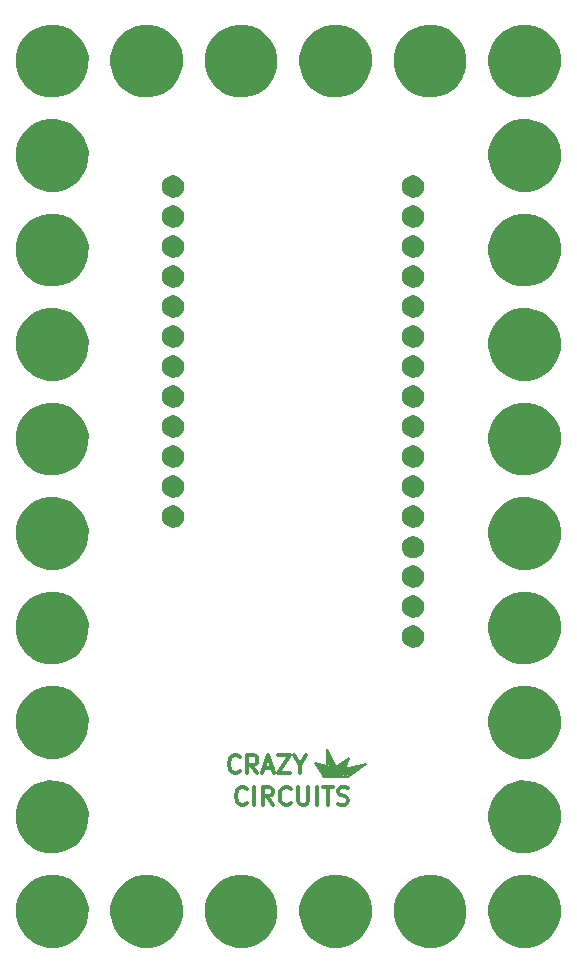
<source format=gts>
%TF.GenerationSoftware,KiCad,Pcbnew,4.0.7-e2-6376~58~ubuntu16.04.1*%
%TF.CreationDate,2018-02-08T09:12:14-08:00*%
%TF.ProjectId,6x10-Feather-Bluefruit-LE,367831302D466561746865722D426C75,1.0*%
%TF.FileFunction,Soldermask,Top*%
%FSLAX46Y46*%
G04 Gerber Fmt 4.6, Leading zero omitted, Abs format (unit mm)*
G04 Created by KiCad (PCBNEW 4.0.7-e2-6376~58~ubuntu16.04.1) date Thu Feb  8 09:12:14 2018*
%MOMM*%
%LPD*%
G01*
G04 APERTURE LIST*
%ADD10C,0.350000*%
%ADD11C,0.300000*%
%ADD12C,0.152400*%
%ADD13C,0.254000*%
G04 APERTURE END LIST*
D10*
D11*
X43828972Y-89486514D02*
X43757543Y-89557943D01*
X43543257Y-89629371D01*
X43400400Y-89629371D01*
X43186115Y-89557943D01*
X43043257Y-89415086D01*
X42971829Y-89272229D01*
X42900400Y-88986514D01*
X42900400Y-88772229D01*
X42971829Y-88486514D01*
X43043257Y-88343657D01*
X43186115Y-88200800D01*
X43400400Y-88129371D01*
X43543257Y-88129371D01*
X43757543Y-88200800D01*
X43828972Y-88272229D01*
X44471829Y-89629371D02*
X44471829Y-88129371D01*
X46043258Y-89629371D02*
X45543258Y-88915086D01*
X45186115Y-89629371D02*
X45186115Y-88129371D01*
X45757543Y-88129371D01*
X45900401Y-88200800D01*
X45971829Y-88272229D01*
X46043258Y-88415086D01*
X46043258Y-88629371D01*
X45971829Y-88772229D01*
X45900401Y-88843657D01*
X45757543Y-88915086D01*
X45186115Y-88915086D01*
X47543258Y-89486514D02*
X47471829Y-89557943D01*
X47257543Y-89629371D01*
X47114686Y-89629371D01*
X46900401Y-89557943D01*
X46757543Y-89415086D01*
X46686115Y-89272229D01*
X46614686Y-88986514D01*
X46614686Y-88772229D01*
X46686115Y-88486514D01*
X46757543Y-88343657D01*
X46900401Y-88200800D01*
X47114686Y-88129371D01*
X47257543Y-88129371D01*
X47471829Y-88200800D01*
X47543258Y-88272229D01*
X48186115Y-88129371D02*
X48186115Y-89343657D01*
X48257543Y-89486514D01*
X48328972Y-89557943D01*
X48471829Y-89629371D01*
X48757543Y-89629371D01*
X48900401Y-89557943D01*
X48971829Y-89486514D01*
X49043258Y-89343657D01*
X49043258Y-88129371D01*
X49757544Y-89629371D02*
X49757544Y-88129371D01*
X50257544Y-88129371D02*
X51114687Y-88129371D01*
X50686116Y-89629371D02*
X50686116Y-88129371D01*
X51543258Y-89557943D02*
X51757544Y-89629371D01*
X52114687Y-89629371D01*
X52257544Y-89557943D01*
X52328973Y-89486514D01*
X52400401Y-89343657D01*
X52400401Y-89200800D01*
X52328973Y-89057943D01*
X52257544Y-88986514D01*
X52114687Y-88915086D01*
X51828973Y-88843657D01*
X51686115Y-88772229D01*
X51614687Y-88700800D01*
X51543258Y-88557943D01*
X51543258Y-88415086D01*
X51614687Y-88272229D01*
X51686115Y-88200800D01*
X51828973Y-88129371D01*
X52186115Y-88129371D01*
X52400401Y-88200800D01*
X43231087Y-86794114D02*
X43159658Y-86865543D01*
X42945372Y-86936971D01*
X42802515Y-86936971D01*
X42588230Y-86865543D01*
X42445372Y-86722686D01*
X42373944Y-86579829D01*
X42302515Y-86294114D01*
X42302515Y-86079829D01*
X42373944Y-85794114D01*
X42445372Y-85651257D01*
X42588230Y-85508400D01*
X42802515Y-85436971D01*
X42945372Y-85436971D01*
X43159658Y-85508400D01*
X43231087Y-85579829D01*
X44731087Y-86936971D02*
X44231087Y-86222686D01*
X43873944Y-86936971D02*
X43873944Y-85436971D01*
X44445372Y-85436971D01*
X44588230Y-85508400D01*
X44659658Y-85579829D01*
X44731087Y-85722686D01*
X44731087Y-85936971D01*
X44659658Y-86079829D01*
X44588230Y-86151257D01*
X44445372Y-86222686D01*
X43873944Y-86222686D01*
X45302515Y-86508400D02*
X46016801Y-86508400D01*
X45159658Y-86936971D02*
X45659658Y-85436971D01*
X46159658Y-86936971D01*
X46516801Y-85436971D02*
X47516801Y-85436971D01*
X46516801Y-86936971D01*
X47516801Y-86936971D01*
X48373943Y-86222686D02*
X48373943Y-86936971D01*
X47873943Y-85436971D02*
X48373943Y-86222686D01*
X48873943Y-85436971D01*
D12*
X53517800Y-86271100D02*
X52374800Y-87223600D01*
X52184300Y-87223600D02*
X53517800Y-86271100D01*
X53136800Y-86398100D02*
X52184300Y-87223600D01*
X52057300Y-87160100D02*
X53136800Y-86398100D01*
X52946300Y-86461600D02*
X52057300Y-87160100D01*
X51803300Y-87223600D02*
X52946300Y-86461600D01*
X52628800Y-86588600D02*
X51803300Y-87223600D01*
X51676300Y-87160100D02*
X52628800Y-86588600D01*
X52438300Y-86588600D02*
X51676300Y-87160100D01*
X51676300Y-87033100D02*
X52438300Y-86588600D01*
X52184300Y-86588600D02*
X51676300Y-87033100D01*
X51612800Y-86906100D02*
X52184300Y-86588600D01*
X52184300Y-86398100D02*
X51612800Y-86906100D01*
X52184300Y-86271100D02*
X51549300Y-86779100D01*
X52311300Y-86080600D02*
X51485800Y-86652100D01*
X52311300Y-85953600D02*
X51485800Y-86525100D01*
D13*
X50469800Y-87160100D02*
X49834800Y-86271100D01*
D12*
X52374800Y-87287100D02*
X50406300Y-87287100D01*
X53962300Y-86144100D02*
X52374800Y-87287100D01*
X52184300Y-86588600D02*
X53962300Y-86144100D01*
X52501800Y-85699600D02*
X52184300Y-86588600D01*
X51422300Y-86398100D02*
X52501800Y-85699600D01*
X50596800Y-84937600D02*
X51422300Y-86461600D01*
X50660300Y-86334600D02*
X50596800Y-84937600D01*
X49580800Y-86080600D02*
X50660300Y-86334600D01*
X50406300Y-87287100D02*
X49580800Y-86080600D01*
D13*
X50660300Y-87160100D02*
X50025300Y-86271100D01*
X50850800Y-87160100D02*
X50279300Y-86334600D01*
X50977800Y-87160100D02*
X50533300Y-86398100D01*
X51231800Y-87160100D02*
X50787300Y-86334600D01*
X51422300Y-87160100D02*
X50850800Y-86080600D01*
X51612800Y-87160100D02*
X50723800Y-85445600D01*
X50787300Y-86144100D02*
X50723800Y-85318600D01*
D10*
G36*
X27683910Y-95579447D02*
X28274855Y-95700751D01*
X28830998Y-95934532D01*
X29331134Y-96271878D01*
X29756221Y-96699943D01*
X30090066Y-97202421D01*
X30319956Y-97760176D01*
X30437064Y-98351614D01*
X30437064Y-98351624D01*
X30437131Y-98351963D01*
X30427510Y-99041016D01*
X30427433Y-99041354D01*
X30427433Y-99041362D01*
X30293857Y-99629301D01*
X30048485Y-100180416D01*
X29700737Y-100673378D01*
X29263862Y-101089409D01*
X28754500Y-101412661D01*
X28192054Y-101630819D01*
X27597947Y-101735576D01*
X26994803Y-101722942D01*
X26405600Y-101593397D01*
X25852782Y-101351877D01*
X25357407Y-101007582D01*
X24938337Y-100573623D01*
X24611538Y-100066530D01*
X24389456Y-99505614D01*
X24280555Y-98912258D01*
X24288977Y-98309041D01*
X24414406Y-97718947D01*
X24652059Y-97164458D01*
X24992891Y-96666688D01*
X25423912Y-96244600D01*
X25928713Y-95914268D01*
X26488059Y-95688277D01*
X27080645Y-95575236D01*
X27683910Y-95579447D01*
X27683910Y-95579447D01*
G37*
G36*
X35682910Y-95579447D02*
X36273855Y-95700751D01*
X36829998Y-95934532D01*
X37330134Y-96271878D01*
X37755221Y-96699943D01*
X38089066Y-97202421D01*
X38318956Y-97760176D01*
X38436064Y-98351614D01*
X38436064Y-98351624D01*
X38436131Y-98351963D01*
X38426510Y-99041016D01*
X38426433Y-99041354D01*
X38426433Y-99041362D01*
X38292857Y-99629301D01*
X38047485Y-100180416D01*
X37699737Y-100673378D01*
X37262862Y-101089409D01*
X36753500Y-101412661D01*
X36191054Y-101630819D01*
X35596947Y-101735576D01*
X34993803Y-101722942D01*
X34404600Y-101593397D01*
X33851782Y-101351877D01*
X33356407Y-101007582D01*
X32937337Y-100573623D01*
X32610538Y-100066530D01*
X32388456Y-99505614D01*
X32279555Y-98912258D01*
X32287977Y-98309041D01*
X32413406Y-97718947D01*
X32651059Y-97164458D01*
X32991891Y-96666688D01*
X33422912Y-96244600D01*
X33927713Y-95914268D01*
X34487059Y-95688277D01*
X35079645Y-95575236D01*
X35682910Y-95579447D01*
X35682910Y-95579447D01*
G37*
G36*
X51682910Y-95579447D02*
X52273855Y-95700751D01*
X52829998Y-95934532D01*
X53330134Y-96271878D01*
X53755221Y-96699943D01*
X54089066Y-97202421D01*
X54318956Y-97760176D01*
X54436064Y-98351614D01*
X54436064Y-98351624D01*
X54436131Y-98351963D01*
X54426510Y-99041016D01*
X54426433Y-99041354D01*
X54426433Y-99041362D01*
X54292857Y-99629301D01*
X54047485Y-100180416D01*
X53699737Y-100673378D01*
X53262862Y-101089409D01*
X52753500Y-101412661D01*
X52191054Y-101630819D01*
X51596947Y-101735576D01*
X50993803Y-101722942D01*
X50404600Y-101593397D01*
X49851782Y-101351877D01*
X49356407Y-101007582D01*
X48937337Y-100573623D01*
X48610538Y-100066530D01*
X48388456Y-99505614D01*
X48279555Y-98912258D01*
X48287977Y-98309041D01*
X48413406Y-97718947D01*
X48651059Y-97164458D01*
X48991891Y-96666688D01*
X49422912Y-96244600D01*
X49927713Y-95914268D01*
X50487059Y-95688277D01*
X51079645Y-95575236D01*
X51682910Y-95579447D01*
X51682910Y-95579447D01*
G37*
G36*
X43682910Y-95579447D02*
X44273855Y-95700751D01*
X44829998Y-95934532D01*
X45330134Y-96271878D01*
X45755221Y-96699943D01*
X46089066Y-97202421D01*
X46318956Y-97760176D01*
X46436064Y-98351614D01*
X46436064Y-98351624D01*
X46436131Y-98351963D01*
X46426510Y-99041016D01*
X46426433Y-99041354D01*
X46426433Y-99041362D01*
X46292857Y-99629301D01*
X46047485Y-100180416D01*
X45699737Y-100673378D01*
X45262862Y-101089409D01*
X44753500Y-101412661D01*
X44191054Y-101630819D01*
X43596947Y-101735576D01*
X42993803Y-101722942D01*
X42404600Y-101593397D01*
X41851782Y-101351877D01*
X41356407Y-101007582D01*
X40937337Y-100573623D01*
X40610538Y-100066530D01*
X40388456Y-99505614D01*
X40279555Y-98912258D01*
X40287977Y-98309041D01*
X40413406Y-97718947D01*
X40651059Y-97164458D01*
X40991891Y-96666688D01*
X41422912Y-96244600D01*
X41927713Y-95914268D01*
X42487059Y-95688277D01*
X43079645Y-95575236D01*
X43682910Y-95579447D01*
X43682910Y-95579447D01*
G37*
G36*
X67682910Y-95579447D02*
X68273855Y-95700751D01*
X68829998Y-95934532D01*
X69330134Y-96271878D01*
X69755221Y-96699943D01*
X70089066Y-97202421D01*
X70318956Y-97760176D01*
X70436064Y-98351614D01*
X70436064Y-98351624D01*
X70436131Y-98351963D01*
X70426510Y-99041016D01*
X70426433Y-99041354D01*
X70426433Y-99041362D01*
X70292857Y-99629301D01*
X70047485Y-100180416D01*
X69699737Y-100673378D01*
X69262862Y-101089409D01*
X68753500Y-101412661D01*
X68191054Y-101630819D01*
X67596947Y-101735576D01*
X66993803Y-101722942D01*
X66404600Y-101593397D01*
X65851782Y-101351877D01*
X65356407Y-101007582D01*
X64937337Y-100573623D01*
X64610538Y-100066530D01*
X64388456Y-99505614D01*
X64279555Y-98912258D01*
X64287977Y-98309041D01*
X64413406Y-97718947D01*
X64651059Y-97164458D01*
X64991891Y-96666688D01*
X65422912Y-96244600D01*
X65927713Y-95914268D01*
X66487059Y-95688277D01*
X67079645Y-95575236D01*
X67682910Y-95579447D01*
X67682910Y-95579447D01*
G37*
G36*
X59682910Y-95579447D02*
X60273855Y-95700751D01*
X60829998Y-95934532D01*
X61330134Y-96271878D01*
X61755221Y-96699943D01*
X62089066Y-97202421D01*
X62318956Y-97760176D01*
X62436064Y-98351614D01*
X62436064Y-98351624D01*
X62436131Y-98351963D01*
X62426510Y-99041016D01*
X62426433Y-99041354D01*
X62426433Y-99041362D01*
X62292857Y-99629301D01*
X62047485Y-100180416D01*
X61699737Y-100673378D01*
X61262862Y-101089409D01*
X60753500Y-101412661D01*
X60191054Y-101630819D01*
X59596947Y-101735576D01*
X58993803Y-101722942D01*
X58404600Y-101593397D01*
X57851782Y-101351877D01*
X57356407Y-101007582D01*
X56937337Y-100573623D01*
X56610538Y-100066530D01*
X56388456Y-99505614D01*
X56279555Y-98912258D01*
X56287977Y-98309041D01*
X56413406Y-97718947D01*
X56651059Y-97164458D01*
X56991891Y-96666688D01*
X57422912Y-96244600D01*
X57927713Y-95914268D01*
X58487059Y-95688277D01*
X59079645Y-95575236D01*
X59682910Y-95579447D01*
X59682910Y-95579447D01*
G37*
G36*
X27683910Y-87579447D02*
X28274855Y-87700751D01*
X28830998Y-87934532D01*
X29331134Y-88271878D01*
X29756221Y-88699943D01*
X30090066Y-89202421D01*
X30319956Y-89760176D01*
X30437064Y-90351614D01*
X30437064Y-90351624D01*
X30437131Y-90351963D01*
X30427510Y-91041016D01*
X30427433Y-91041354D01*
X30427433Y-91041362D01*
X30293857Y-91629301D01*
X30048485Y-92180416D01*
X29700737Y-92673378D01*
X29263862Y-93089409D01*
X28754500Y-93412661D01*
X28192054Y-93630819D01*
X27597947Y-93735576D01*
X26994803Y-93722942D01*
X26405600Y-93593397D01*
X25852782Y-93351877D01*
X25357407Y-93007582D01*
X24938337Y-92573623D01*
X24611538Y-92066530D01*
X24389456Y-91505614D01*
X24280555Y-90912258D01*
X24288977Y-90309041D01*
X24414406Y-89718947D01*
X24652059Y-89164458D01*
X24992891Y-88666688D01*
X25423912Y-88244600D01*
X25928713Y-87914268D01*
X26488059Y-87688277D01*
X27080645Y-87575236D01*
X27683910Y-87579447D01*
X27683910Y-87579447D01*
G37*
G36*
X67682910Y-87579447D02*
X68273855Y-87700751D01*
X68829998Y-87934532D01*
X69330134Y-88271878D01*
X69755221Y-88699943D01*
X70089066Y-89202421D01*
X70318956Y-89760176D01*
X70436064Y-90351614D01*
X70436064Y-90351624D01*
X70436131Y-90351963D01*
X70426510Y-91041016D01*
X70426433Y-91041354D01*
X70426433Y-91041362D01*
X70292857Y-91629301D01*
X70047485Y-92180416D01*
X69699737Y-92673378D01*
X69262862Y-93089409D01*
X68753500Y-93412661D01*
X68191054Y-93630819D01*
X67596947Y-93735576D01*
X66993803Y-93722942D01*
X66404600Y-93593397D01*
X65851782Y-93351877D01*
X65356407Y-93007582D01*
X64937337Y-92573623D01*
X64610538Y-92066530D01*
X64388456Y-91505614D01*
X64279555Y-90912258D01*
X64287977Y-90309041D01*
X64413406Y-89718947D01*
X64651059Y-89164458D01*
X64991891Y-88666688D01*
X65422912Y-88244600D01*
X65927713Y-87914268D01*
X66487059Y-87688277D01*
X67079645Y-87575236D01*
X67682910Y-87579447D01*
X67682910Y-87579447D01*
G37*
G36*
X67682910Y-79579447D02*
X68273855Y-79700751D01*
X68829998Y-79934532D01*
X69330134Y-80271878D01*
X69755221Y-80699943D01*
X70089066Y-81202421D01*
X70318956Y-81760176D01*
X70436064Y-82351614D01*
X70436064Y-82351624D01*
X70436131Y-82351963D01*
X70426510Y-83041016D01*
X70426433Y-83041354D01*
X70426433Y-83041362D01*
X70292857Y-83629301D01*
X70047485Y-84180416D01*
X69699737Y-84673378D01*
X69262862Y-85089409D01*
X68753500Y-85412661D01*
X68191054Y-85630819D01*
X67596947Y-85735576D01*
X66993803Y-85722942D01*
X66404600Y-85593397D01*
X65851782Y-85351877D01*
X65356407Y-85007582D01*
X64937337Y-84573623D01*
X64610538Y-84066530D01*
X64388456Y-83505614D01*
X64279555Y-82912258D01*
X64287977Y-82309041D01*
X64413406Y-81718947D01*
X64651059Y-81164458D01*
X64991891Y-80666688D01*
X65422912Y-80244600D01*
X65927713Y-79914268D01*
X66487059Y-79688277D01*
X67079645Y-79575236D01*
X67682910Y-79579447D01*
X67682910Y-79579447D01*
G37*
G36*
X27683910Y-79579447D02*
X28274855Y-79700751D01*
X28830998Y-79934532D01*
X29331134Y-80271878D01*
X29756221Y-80699943D01*
X30090066Y-81202421D01*
X30319956Y-81760176D01*
X30437064Y-82351614D01*
X30437064Y-82351624D01*
X30437131Y-82351963D01*
X30427510Y-83041016D01*
X30427433Y-83041354D01*
X30427433Y-83041362D01*
X30293857Y-83629301D01*
X30048485Y-84180416D01*
X29700737Y-84673378D01*
X29263862Y-85089409D01*
X28754500Y-85412661D01*
X28192054Y-85630819D01*
X27597947Y-85735576D01*
X26994803Y-85722942D01*
X26405600Y-85593397D01*
X25852782Y-85351877D01*
X25357407Y-85007582D01*
X24938337Y-84573623D01*
X24611538Y-84066530D01*
X24389456Y-83505614D01*
X24280555Y-82912258D01*
X24288977Y-82309041D01*
X24414406Y-81718947D01*
X24652059Y-81164458D01*
X24992891Y-80666688D01*
X25423912Y-80244600D01*
X25928713Y-79914268D01*
X26488059Y-79688277D01*
X27080645Y-79575236D01*
X27683910Y-79579447D01*
X27683910Y-79579447D01*
G37*
G36*
X67682910Y-71579447D02*
X68273855Y-71700751D01*
X68829998Y-71934532D01*
X69330134Y-72271878D01*
X69755221Y-72699943D01*
X70089066Y-73202421D01*
X70318956Y-73760176D01*
X70436064Y-74351614D01*
X70436064Y-74351624D01*
X70436131Y-74351963D01*
X70426510Y-75041016D01*
X70426433Y-75041354D01*
X70426433Y-75041362D01*
X70292857Y-75629301D01*
X70047485Y-76180416D01*
X69699737Y-76673378D01*
X69262862Y-77089409D01*
X68753500Y-77412661D01*
X68191054Y-77630819D01*
X67596947Y-77735576D01*
X66993803Y-77722942D01*
X66404600Y-77593397D01*
X65851782Y-77351877D01*
X65356407Y-77007582D01*
X64937337Y-76573623D01*
X64610538Y-76066530D01*
X64388456Y-75505614D01*
X64279555Y-74912258D01*
X64287977Y-74309041D01*
X64413406Y-73718947D01*
X64651059Y-73164458D01*
X64991891Y-72666688D01*
X65422912Y-72244600D01*
X65927713Y-71914268D01*
X66487059Y-71688277D01*
X67079645Y-71575236D01*
X67682910Y-71579447D01*
X67682910Y-71579447D01*
G37*
G36*
X27683910Y-71579447D02*
X28274855Y-71700751D01*
X28830998Y-71934532D01*
X29331134Y-72271878D01*
X29756221Y-72699943D01*
X30090066Y-73202421D01*
X30319956Y-73760176D01*
X30437064Y-74351614D01*
X30437064Y-74351624D01*
X30437131Y-74351963D01*
X30427510Y-75041016D01*
X30427433Y-75041354D01*
X30427433Y-75041362D01*
X30293857Y-75629301D01*
X30048485Y-76180416D01*
X29700737Y-76673378D01*
X29263862Y-77089409D01*
X28754500Y-77412661D01*
X28192054Y-77630819D01*
X27597947Y-77735576D01*
X26994803Y-77722942D01*
X26405600Y-77593397D01*
X25852782Y-77351877D01*
X25357407Y-77007582D01*
X24938337Y-76573623D01*
X24611538Y-76066530D01*
X24389456Y-75505614D01*
X24280555Y-74912258D01*
X24288977Y-74309041D01*
X24414406Y-73718947D01*
X24652059Y-73164458D01*
X24992891Y-72666688D01*
X25423912Y-72244600D01*
X25928713Y-71914268D01*
X26488059Y-71688277D01*
X27080645Y-71575236D01*
X27683910Y-71579447D01*
X27683910Y-71579447D01*
G37*
G36*
X58006515Y-74451424D02*
X58187048Y-74488483D01*
X58356958Y-74559906D01*
X58509749Y-74662966D01*
X58639621Y-74793746D01*
X58741610Y-74947253D01*
X58811843Y-75117651D01*
X58847572Y-75298099D01*
X58847572Y-75298104D01*
X58847640Y-75298448D01*
X58844701Y-75508958D01*
X58844624Y-75509296D01*
X58844624Y-75509306D01*
X58803870Y-75688686D01*
X58728908Y-75857052D01*
X58622668Y-76007656D01*
X58489199Y-76134757D01*
X58333584Y-76233514D01*
X58161754Y-76300162D01*
X57980252Y-76332166D01*
X57795986Y-76328306D01*
X57615979Y-76288729D01*
X57447088Y-76214943D01*
X57295750Y-76109760D01*
X57167721Y-75977182D01*
X57067881Y-75822261D01*
X57000032Y-75650893D01*
X56966763Y-75469623D01*
X56969335Y-75285336D01*
X57007656Y-75105056D01*
X57080259Y-74935657D01*
X57184387Y-74783584D01*
X57316066Y-74654633D01*
X57470287Y-74553714D01*
X57641172Y-74484672D01*
X57822209Y-74450138D01*
X58006515Y-74451424D01*
X58006515Y-74451424D01*
G37*
G36*
X58006515Y-71911424D02*
X58187048Y-71948483D01*
X58356958Y-72019906D01*
X58509749Y-72122966D01*
X58639621Y-72253746D01*
X58741610Y-72407253D01*
X58811843Y-72577651D01*
X58847572Y-72758099D01*
X58847572Y-72758104D01*
X58847640Y-72758448D01*
X58844701Y-72968958D01*
X58844624Y-72969296D01*
X58844624Y-72969306D01*
X58803870Y-73148686D01*
X58728908Y-73317052D01*
X58622668Y-73467656D01*
X58489199Y-73594757D01*
X58333584Y-73693514D01*
X58161754Y-73760162D01*
X57980252Y-73792166D01*
X57795986Y-73788306D01*
X57615979Y-73748729D01*
X57447088Y-73674943D01*
X57295750Y-73569760D01*
X57167721Y-73437182D01*
X57067881Y-73282261D01*
X57000032Y-73110893D01*
X56966763Y-72929623D01*
X56969335Y-72745336D01*
X57007656Y-72565056D01*
X57080259Y-72395657D01*
X57184387Y-72243584D01*
X57316066Y-72114633D01*
X57470287Y-72013714D01*
X57641172Y-71944672D01*
X57822209Y-71910138D01*
X58006515Y-71911424D01*
X58006515Y-71911424D01*
G37*
G36*
X58006515Y-69371424D02*
X58187048Y-69408483D01*
X58356958Y-69479906D01*
X58509749Y-69582966D01*
X58639621Y-69713746D01*
X58741610Y-69867253D01*
X58811843Y-70037651D01*
X58847572Y-70218099D01*
X58847572Y-70218104D01*
X58847640Y-70218448D01*
X58844701Y-70428958D01*
X58844624Y-70429296D01*
X58844624Y-70429306D01*
X58803870Y-70608686D01*
X58728908Y-70777052D01*
X58622668Y-70927656D01*
X58489199Y-71054757D01*
X58333584Y-71153514D01*
X58161754Y-71220162D01*
X57980252Y-71252166D01*
X57795986Y-71248306D01*
X57615979Y-71208729D01*
X57447088Y-71134943D01*
X57295750Y-71029760D01*
X57167721Y-70897182D01*
X57067881Y-70742261D01*
X57000032Y-70570893D01*
X56966763Y-70389623D01*
X56969335Y-70205336D01*
X57007656Y-70025056D01*
X57080259Y-69855657D01*
X57184387Y-69703584D01*
X57316066Y-69574633D01*
X57470287Y-69473714D01*
X57641172Y-69404672D01*
X57822209Y-69370138D01*
X58006515Y-69371424D01*
X58006515Y-69371424D01*
G37*
G36*
X27682910Y-63579447D02*
X28273855Y-63700751D01*
X28829998Y-63934532D01*
X29330134Y-64271878D01*
X29755221Y-64699943D01*
X30089066Y-65202421D01*
X30318956Y-65760176D01*
X30436064Y-66351614D01*
X30436064Y-66351624D01*
X30436131Y-66351963D01*
X30426510Y-67041016D01*
X30426433Y-67041354D01*
X30426433Y-67041362D01*
X30292857Y-67629301D01*
X30047485Y-68180416D01*
X29699737Y-68673378D01*
X29262862Y-69089409D01*
X28753500Y-69412661D01*
X28191054Y-69630819D01*
X27596947Y-69735576D01*
X26993803Y-69722942D01*
X26404600Y-69593397D01*
X25851782Y-69351877D01*
X25356407Y-69007582D01*
X24937337Y-68573623D01*
X24610538Y-68066530D01*
X24388456Y-67505614D01*
X24279555Y-66912258D01*
X24287977Y-66309041D01*
X24413406Y-65718947D01*
X24651059Y-65164458D01*
X24991891Y-64666688D01*
X25422912Y-64244600D01*
X25927713Y-63914268D01*
X26487059Y-63688277D01*
X27079645Y-63575236D01*
X27682910Y-63579447D01*
X27682910Y-63579447D01*
G37*
G36*
X67682910Y-63579447D02*
X68273855Y-63700751D01*
X68829998Y-63934532D01*
X69330134Y-64271878D01*
X69755221Y-64699943D01*
X70089066Y-65202421D01*
X70318956Y-65760176D01*
X70436064Y-66351614D01*
X70436064Y-66351624D01*
X70436131Y-66351963D01*
X70426510Y-67041016D01*
X70426433Y-67041354D01*
X70426433Y-67041362D01*
X70292857Y-67629301D01*
X70047485Y-68180416D01*
X69699737Y-68673378D01*
X69262862Y-69089409D01*
X68753500Y-69412661D01*
X68191054Y-69630819D01*
X67596947Y-69735576D01*
X66993803Y-69722942D01*
X66404600Y-69593397D01*
X65851782Y-69351877D01*
X65356407Y-69007582D01*
X64937337Y-68573623D01*
X64610538Y-68066530D01*
X64388456Y-67505614D01*
X64279555Y-66912258D01*
X64287977Y-66309041D01*
X64413406Y-65718947D01*
X64651059Y-65164458D01*
X64991891Y-64666688D01*
X65422912Y-64244600D01*
X65927713Y-63914268D01*
X66487059Y-63688277D01*
X67079645Y-63575236D01*
X67682910Y-63579447D01*
X67682910Y-63579447D01*
G37*
G36*
X58006515Y-66892924D02*
X58187048Y-66929983D01*
X58356958Y-67001406D01*
X58509749Y-67104466D01*
X58639621Y-67235246D01*
X58741610Y-67388753D01*
X58811843Y-67559151D01*
X58847572Y-67739599D01*
X58847572Y-67739604D01*
X58847640Y-67739948D01*
X58844701Y-67950458D01*
X58844624Y-67950796D01*
X58844624Y-67950806D01*
X58803870Y-68130186D01*
X58728908Y-68298552D01*
X58622668Y-68449156D01*
X58489199Y-68576257D01*
X58333584Y-68675014D01*
X58161754Y-68741662D01*
X57980252Y-68773666D01*
X57795986Y-68769806D01*
X57615979Y-68730229D01*
X57447088Y-68656443D01*
X57295750Y-68551260D01*
X57167721Y-68418682D01*
X57067881Y-68263761D01*
X57000032Y-68092393D01*
X56966763Y-67911123D01*
X56969335Y-67726836D01*
X57007656Y-67546556D01*
X57080259Y-67377157D01*
X57184387Y-67225084D01*
X57316066Y-67096133D01*
X57470287Y-66995214D01*
X57641172Y-66926172D01*
X57822209Y-66891638D01*
X58006515Y-66892924D01*
X58006515Y-66892924D01*
G37*
G36*
X58006515Y-64291424D02*
X58187048Y-64328483D01*
X58356958Y-64399906D01*
X58509749Y-64502966D01*
X58639621Y-64633746D01*
X58741610Y-64787253D01*
X58811843Y-64957651D01*
X58847572Y-65138099D01*
X58847572Y-65138104D01*
X58847640Y-65138448D01*
X58844701Y-65348958D01*
X58844624Y-65349296D01*
X58844624Y-65349306D01*
X58803870Y-65528686D01*
X58728908Y-65697052D01*
X58622668Y-65847656D01*
X58489199Y-65974757D01*
X58333584Y-66073514D01*
X58161754Y-66140162D01*
X57980252Y-66172166D01*
X57795986Y-66168306D01*
X57615979Y-66128729D01*
X57447088Y-66054943D01*
X57295750Y-65949760D01*
X57167721Y-65817182D01*
X57067881Y-65662261D01*
X57000032Y-65490893D01*
X56966763Y-65309623D01*
X56969335Y-65125336D01*
X57007656Y-64945056D01*
X57080259Y-64775657D01*
X57184387Y-64623584D01*
X57316066Y-64494633D01*
X57470287Y-64393714D01*
X57641172Y-64324672D01*
X57822209Y-64290138D01*
X58006515Y-64291424D01*
X58006515Y-64291424D01*
G37*
G36*
X37686515Y-64291424D02*
X37867048Y-64328483D01*
X38036958Y-64399906D01*
X38189749Y-64502966D01*
X38319621Y-64633746D01*
X38421610Y-64787253D01*
X38491843Y-64957651D01*
X38527572Y-65138099D01*
X38527572Y-65138104D01*
X38527640Y-65138448D01*
X38524701Y-65348958D01*
X38524624Y-65349296D01*
X38524624Y-65349306D01*
X38483870Y-65528686D01*
X38408908Y-65697052D01*
X38302668Y-65847656D01*
X38169199Y-65974757D01*
X38013584Y-66073514D01*
X37841754Y-66140162D01*
X37660252Y-66172166D01*
X37475986Y-66168306D01*
X37295979Y-66128729D01*
X37127088Y-66054943D01*
X36975750Y-65949760D01*
X36847721Y-65817182D01*
X36747881Y-65662261D01*
X36680032Y-65490893D01*
X36646763Y-65309623D01*
X36649335Y-65125336D01*
X36687656Y-64945056D01*
X36760259Y-64775657D01*
X36864387Y-64623584D01*
X36996066Y-64494633D01*
X37150287Y-64393714D01*
X37321172Y-64324672D01*
X37502209Y-64290138D01*
X37686515Y-64291424D01*
X37686515Y-64291424D01*
G37*
G36*
X37686515Y-61751424D02*
X37867048Y-61788483D01*
X38036958Y-61859906D01*
X38189749Y-61962966D01*
X38319621Y-62093746D01*
X38421610Y-62247253D01*
X38491843Y-62417651D01*
X38527572Y-62598099D01*
X38527572Y-62598104D01*
X38527640Y-62598448D01*
X38524701Y-62808958D01*
X38524624Y-62809296D01*
X38524624Y-62809306D01*
X38483870Y-62988686D01*
X38408908Y-63157052D01*
X38302668Y-63307656D01*
X38169199Y-63434757D01*
X38013584Y-63533514D01*
X37841754Y-63600162D01*
X37660252Y-63632166D01*
X37475986Y-63628306D01*
X37295979Y-63588729D01*
X37127088Y-63514943D01*
X36975750Y-63409760D01*
X36847721Y-63277182D01*
X36747881Y-63122261D01*
X36680032Y-62950893D01*
X36646763Y-62769623D01*
X36649335Y-62585336D01*
X36687656Y-62405056D01*
X36760259Y-62235657D01*
X36864387Y-62083584D01*
X36996066Y-61954633D01*
X37150287Y-61853714D01*
X37321172Y-61784672D01*
X37502209Y-61750138D01*
X37686515Y-61751424D01*
X37686515Y-61751424D01*
G37*
G36*
X58006515Y-61751424D02*
X58187048Y-61788483D01*
X58356958Y-61859906D01*
X58509749Y-61962966D01*
X58639621Y-62093746D01*
X58741610Y-62247253D01*
X58811843Y-62417651D01*
X58847572Y-62598099D01*
X58847572Y-62598104D01*
X58847640Y-62598448D01*
X58844701Y-62808958D01*
X58844624Y-62809296D01*
X58844624Y-62809306D01*
X58803870Y-62988686D01*
X58728908Y-63157052D01*
X58622668Y-63307656D01*
X58489199Y-63434757D01*
X58333584Y-63533514D01*
X58161754Y-63600162D01*
X57980252Y-63632166D01*
X57795986Y-63628306D01*
X57615979Y-63588729D01*
X57447088Y-63514943D01*
X57295750Y-63409760D01*
X57167721Y-63277182D01*
X57067881Y-63122261D01*
X57000032Y-62950893D01*
X56966763Y-62769623D01*
X56969335Y-62585336D01*
X57007656Y-62405056D01*
X57080259Y-62235657D01*
X57184387Y-62083584D01*
X57316066Y-61954633D01*
X57470287Y-61853714D01*
X57641172Y-61784672D01*
X57822209Y-61750138D01*
X58006515Y-61751424D01*
X58006515Y-61751424D01*
G37*
G36*
X27683910Y-55579447D02*
X28274855Y-55700751D01*
X28830998Y-55934532D01*
X29331134Y-56271878D01*
X29756221Y-56699943D01*
X30090066Y-57202421D01*
X30319956Y-57760176D01*
X30437064Y-58351614D01*
X30437064Y-58351624D01*
X30437131Y-58351963D01*
X30427510Y-59041016D01*
X30427433Y-59041354D01*
X30427433Y-59041362D01*
X30293857Y-59629301D01*
X30048485Y-60180416D01*
X29700737Y-60673378D01*
X29263862Y-61089409D01*
X28754500Y-61412661D01*
X28192054Y-61630819D01*
X27597947Y-61735576D01*
X26994803Y-61722942D01*
X26405600Y-61593397D01*
X25852782Y-61351877D01*
X25357407Y-61007582D01*
X24938337Y-60573623D01*
X24611538Y-60066530D01*
X24389456Y-59505614D01*
X24280555Y-58912258D01*
X24288977Y-58309041D01*
X24414406Y-57718947D01*
X24652059Y-57164458D01*
X24992891Y-56666688D01*
X25423912Y-56244600D01*
X25928713Y-55914268D01*
X26488059Y-55688277D01*
X27080645Y-55575236D01*
X27683910Y-55579447D01*
X27683910Y-55579447D01*
G37*
G36*
X67682910Y-55579447D02*
X68273855Y-55700751D01*
X68829998Y-55934532D01*
X69330134Y-56271878D01*
X69755221Y-56699943D01*
X70089066Y-57202421D01*
X70318956Y-57760176D01*
X70436064Y-58351614D01*
X70436064Y-58351624D01*
X70436131Y-58351963D01*
X70426510Y-59041016D01*
X70426433Y-59041354D01*
X70426433Y-59041362D01*
X70292857Y-59629301D01*
X70047485Y-60180416D01*
X69699737Y-60673378D01*
X69262862Y-61089409D01*
X68753500Y-61412661D01*
X68191054Y-61630819D01*
X67596947Y-61735576D01*
X66993803Y-61722942D01*
X66404600Y-61593397D01*
X65851782Y-61351877D01*
X65356407Y-61007582D01*
X64937337Y-60573623D01*
X64610538Y-60066530D01*
X64388456Y-59505614D01*
X64279555Y-58912258D01*
X64287977Y-58309041D01*
X64413406Y-57718947D01*
X64651059Y-57164458D01*
X64991891Y-56666688D01*
X65422912Y-56244600D01*
X65927713Y-55914268D01*
X66487059Y-55688277D01*
X67079645Y-55575236D01*
X67682910Y-55579447D01*
X67682910Y-55579447D01*
G37*
G36*
X37686515Y-59211424D02*
X37867048Y-59248483D01*
X38036958Y-59319906D01*
X38189749Y-59422966D01*
X38319621Y-59553746D01*
X38421610Y-59707253D01*
X38491843Y-59877651D01*
X38527572Y-60058099D01*
X38527572Y-60058104D01*
X38527640Y-60058448D01*
X38524701Y-60268958D01*
X38524624Y-60269296D01*
X38524624Y-60269306D01*
X38483870Y-60448686D01*
X38408908Y-60617052D01*
X38302668Y-60767656D01*
X38169199Y-60894757D01*
X38013584Y-60993514D01*
X37841754Y-61060162D01*
X37660252Y-61092166D01*
X37475986Y-61088306D01*
X37295979Y-61048729D01*
X37127088Y-60974943D01*
X36975750Y-60869760D01*
X36847721Y-60737182D01*
X36747881Y-60582261D01*
X36680032Y-60410893D01*
X36646763Y-60229623D01*
X36649335Y-60045336D01*
X36687656Y-59865056D01*
X36760259Y-59695657D01*
X36864387Y-59543584D01*
X36996066Y-59414633D01*
X37150287Y-59313714D01*
X37321172Y-59244672D01*
X37502209Y-59210138D01*
X37686515Y-59211424D01*
X37686515Y-59211424D01*
G37*
G36*
X58006515Y-59211424D02*
X58187048Y-59248483D01*
X58356958Y-59319906D01*
X58509749Y-59422966D01*
X58639621Y-59553746D01*
X58741610Y-59707253D01*
X58811843Y-59877651D01*
X58847572Y-60058099D01*
X58847572Y-60058104D01*
X58847640Y-60058448D01*
X58844701Y-60268958D01*
X58844624Y-60269296D01*
X58844624Y-60269306D01*
X58803870Y-60448686D01*
X58728908Y-60617052D01*
X58622668Y-60767656D01*
X58489199Y-60894757D01*
X58333584Y-60993514D01*
X58161754Y-61060162D01*
X57980252Y-61092166D01*
X57795986Y-61088306D01*
X57615979Y-61048729D01*
X57447088Y-60974943D01*
X57295750Y-60869760D01*
X57167721Y-60737182D01*
X57067881Y-60582261D01*
X57000032Y-60410893D01*
X56966763Y-60229623D01*
X56969335Y-60045336D01*
X57007656Y-59865056D01*
X57080259Y-59695657D01*
X57184387Y-59543584D01*
X57316066Y-59414633D01*
X57470287Y-59313714D01*
X57641172Y-59244672D01*
X57822209Y-59210138D01*
X58006515Y-59211424D01*
X58006515Y-59211424D01*
G37*
G36*
X58006515Y-56671424D02*
X58187048Y-56708483D01*
X58356958Y-56779906D01*
X58509749Y-56882966D01*
X58639621Y-57013746D01*
X58741610Y-57167253D01*
X58811843Y-57337651D01*
X58847572Y-57518099D01*
X58847572Y-57518104D01*
X58847640Y-57518448D01*
X58844701Y-57728958D01*
X58844624Y-57729296D01*
X58844624Y-57729306D01*
X58803870Y-57908686D01*
X58728908Y-58077052D01*
X58622668Y-58227656D01*
X58489199Y-58354757D01*
X58333584Y-58453514D01*
X58161754Y-58520162D01*
X57980252Y-58552166D01*
X57795986Y-58548306D01*
X57615979Y-58508729D01*
X57447088Y-58434943D01*
X57295750Y-58329760D01*
X57167721Y-58197182D01*
X57067881Y-58042261D01*
X57000032Y-57870893D01*
X56966763Y-57689623D01*
X56969335Y-57505336D01*
X57007656Y-57325056D01*
X57080259Y-57155657D01*
X57184387Y-57003584D01*
X57316066Y-56874633D01*
X57470287Y-56773714D01*
X57641172Y-56704672D01*
X57822209Y-56670138D01*
X58006515Y-56671424D01*
X58006515Y-56671424D01*
G37*
G36*
X37686515Y-56671424D02*
X37867048Y-56708483D01*
X38036958Y-56779906D01*
X38189749Y-56882966D01*
X38319621Y-57013746D01*
X38421610Y-57167253D01*
X38491843Y-57337651D01*
X38527572Y-57518099D01*
X38527572Y-57518104D01*
X38527640Y-57518448D01*
X38524701Y-57728958D01*
X38524624Y-57729296D01*
X38524624Y-57729306D01*
X38483870Y-57908686D01*
X38408908Y-58077052D01*
X38302668Y-58227656D01*
X38169199Y-58354757D01*
X38013584Y-58453514D01*
X37841754Y-58520162D01*
X37660252Y-58552166D01*
X37475986Y-58548306D01*
X37295979Y-58508729D01*
X37127088Y-58434943D01*
X36975750Y-58329760D01*
X36847721Y-58197182D01*
X36747881Y-58042261D01*
X36680032Y-57870893D01*
X36646763Y-57689623D01*
X36649335Y-57505336D01*
X36687656Y-57325056D01*
X36760259Y-57155657D01*
X36864387Y-57003584D01*
X36996066Y-56874633D01*
X37150287Y-56773714D01*
X37321172Y-56704672D01*
X37502209Y-56670138D01*
X37686515Y-56671424D01*
X37686515Y-56671424D01*
G37*
G36*
X58006515Y-54131424D02*
X58187048Y-54168483D01*
X58356958Y-54239906D01*
X58509749Y-54342966D01*
X58639621Y-54473746D01*
X58741610Y-54627253D01*
X58811843Y-54797651D01*
X58847572Y-54978099D01*
X58847572Y-54978104D01*
X58847640Y-54978448D01*
X58844701Y-55188958D01*
X58844624Y-55189296D01*
X58844624Y-55189306D01*
X58803870Y-55368686D01*
X58728908Y-55537052D01*
X58622668Y-55687656D01*
X58489199Y-55814757D01*
X58333584Y-55913514D01*
X58161754Y-55980162D01*
X57980252Y-56012166D01*
X57795986Y-56008306D01*
X57615979Y-55968729D01*
X57447088Y-55894943D01*
X57295750Y-55789760D01*
X57167721Y-55657182D01*
X57067881Y-55502261D01*
X57000032Y-55330893D01*
X56966763Y-55149623D01*
X56969335Y-54965336D01*
X57007656Y-54785056D01*
X57080259Y-54615657D01*
X57184387Y-54463584D01*
X57316066Y-54334633D01*
X57470287Y-54233714D01*
X57641172Y-54164672D01*
X57822209Y-54130138D01*
X58006515Y-54131424D01*
X58006515Y-54131424D01*
G37*
G36*
X37686515Y-54131424D02*
X37867048Y-54168483D01*
X38036958Y-54239906D01*
X38189749Y-54342966D01*
X38319621Y-54473746D01*
X38421610Y-54627253D01*
X38491843Y-54797651D01*
X38527572Y-54978099D01*
X38527572Y-54978104D01*
X38527640Y-54978448D01*
X38524701Y-55188958D01*
X38524624Y-55189296D01*
X38524624Y-55189306D01*
X38483870Y-55368686D01*
X38408908Y-55537052D01*
X38302668Y-55687656D01*
X38169199Y-55814757D01*
X38013584Y-55913514D01*
X37841754Y-55980162D01*
X37660252Y-56012166D01*
X37475986Y-56008306D01*
X37295979Y-55968729D01*
X37127088Y-55894943D01*
X36975750Y-55789760D01*
X36847721Y-55657182D01*
X36747881Y-55502261D01*
X36680032Y-55330893D01*
X36646763Y-55149623D01*
X36649335Y-54965336D01*
X36687656Y-54785056D01*
X36760259Y-54615657D01*
X36864387Y-54463584D01*
X36996066Y-54334633D01*
X37150287Y-54233714D01*
X37321172Y-54164672D01*
X37502209Y-54130138D01*
X37686515Y-54131424D01*
X37686515Y-54131424D01*
G37*
G36*
X27682910Y-47579447D02*
X28273855Y-47700751D01*
X28829998Y-47934532D01*
X29330134Y-48271878D01*
X29755221Y-48699943D01*
X30089066Y-49202421D01*
X30318956Y-49760176D01*
X30436064Y-50351614D01*
X30436064Y-50351624D01*
X30436131Y-50351963D01*
X30426510Y-51041016D01*
X30426433Y-51041354D01*
X30426433Y-51041362D01*
X30292857Y-51629301D01*
X30047485Y-52180416D01*
X29699737Y-52673378D01*
X29262862Y-53089409D01*
X28753500Y-53412661D01*
X28191054Y-53630819D01*
X27596947Y-53735576D01*
X26993803Y-53722942D01*
X26404600Y-53593397D01*
X25851782Y-53351877D01*
X25356407Y-53007582D01*
X24937337Y-52573623D01*
X24610538Y-52066530D01*
X24388456Y-51505614D01*
X24279555Y-50912258D01*
X24287977Y-50309041D01*
X24413406Y-49718947D01*
X24651059Y-49164458D01*
X24991891Y-48666688D01*
X25422912Y-48244600D01*
X25927713Y-47914268D01*
X26487059Y-47688277D01*
X27079645Y-47575236D01*
X27682910Y-47579447D01*
X27682910Y-47579447D01*
G37*
G36*
X67682910Y-47579447D02*
X68273855Y-47700751D01*
X68829998Y-47934532D01*
X69330134Y-48271878D01*
X69755221Y-48699943D01*
X70089066Y-49202421D01*
X70318956Y-49760176D01*
X70436064Y-50351614D01*
X70436064Y-50351624D01*
X70436131Y-50351963D01*
X70426510Y-51041016D01*
X70426433Y-51041354D01*
X70426433Y-51041362D01*
X70292857Y-51629301D01*
X70047485Y-52180416D01*
X69699737Y-52673378D01*
X69262862Y-53089409D01*
X68753500Y-53412661D01*
X68191054Y-53630819D01*
X67596947Y-53735576D01*
X66993803Y-53722942D01*
X66404600Y-53593397D01*
X65851782Y-53351877D01*
X65356407Y-53007582D01*
X64937337Y-52573623D01*
X64610538Y-52066530D01*
X64388456Y-51505614D01*
X64279555Y-50912258D01*
X64287977Y-50309041D01*
X64413406Y-49718947D01*
X64651059Y-49164458D01*
X64991891Y-48666688D01*
X65422912Y-48244600D01*
X65927713Y-47914268D01*
X66487059Y-47688277D01*
X67079645Y-47575236D01*
X67682910Y-47579447D01*
X67682910Y-47579447D01*
G37*
G36*
X37686515Y-51591424D02*
X37867048Y-51628483D01*
X38036958Y-51699906D01*
X38189749Y-51802966D01*
X38319621Y-51933746D01*
X38421610Y-52087253D01*
X38491843Y-52257651D01*
X38527572Y-52438099D01*
X38527572Y-52438104D01*
X38527640Y-52438448D01*
X38524701Y-52648958D01*
X38524624Y-52649296D01*
X38524624Y-52649306D01*
X38483870Y-52828686D01*
X38408908Y-52997052D01*
X38302668Y-53147656D01*
X38169199Y-53274757D01*
X38013584Y-53373514D01*
X37841754Y-53440162D01*
X37660252Y-53472166D01*
X37475986Y-53468306D01*
X37295979Y-53428729D01*
X37127088Y-53354943D01*
X36975750Y-53249760D01*
X36847721Y-53117182D01*
X36747881Y-52962261D01*
X36680032Y-52790893D01*
X36646763Y-52609623D01*
X36649335Y-52425336D01*
X36687656Y-52245056D01*
X36760259Y-52075657D01*
X36864387Y-51923584D01*
X36996066Y-51794633D01*
X37150287Y-51693714D01*
X37321172Y-51624672D01*
X37502209Y-51590138D01*
X37686515Y-51591424D01*
X37686515Y-51591424D01*
G37*
G36*
X58006515Y-51591424D02*
X58187048Y-51628483D01*
X58356958Y-51699906D01*
X58509749Y-51802966D01*
X58639621Y-51933746D01*
X58741610Y-52087253D01*
X58811843Y-52257651D01*
X58847572Y-52438099D01*
X58847572Y-52438104D01*
X58847640Y-52438448D01*
X58844701Y-52648958D01*
X58844624Y-52649296D01*
X58844624Y-52649306D01*
X58803870Y-52828686D01*
X58728908Y-52997052D01*
X58622668Y-53147656D01*
X58489199Y-53274757D01*
X58333584Y-53373514D01*
X58161754Y-53440162D01*
X57980252Y-53472166D01*
X57795986Y-53468306D01*
X57615979Y-53428729D01*
X57447088Y-53354943D01*
X57295750Y-53249760D01*
X57167721Y-53117182D01*
X57067881Y-52962261D01*
X57000032Y-52790893D01*
X56966763Y-52609623D01*
X56969335Y-52425336D01*
X57007656Y-52245056D01*
X57080259Y-52075657D01*
X57184387Y-51923584D01*
X57316066Y-51794633D01*
X57470287Y-51693714D01*
X57641172Y-51624672D01*
X57822209Y-51590138D01*
X58006515Y-51591424D01*
X58006515Y-51591424D01*
G37*
G36*
X37686515Y-49051424D02*
X37867048Y-49088483D01*
X38036958Y-49159906D01*
X38189749Y-49262966D01*
X38319621Y-49393746D01*
X38421610Y-49547253D01*
X38491843Y-49717651D01*
X38527572Y-49898099D01*
X38527572Y-49898104D01*
X38527640Y-49898448D01*
X38524701Y-50108958D01*
X38524624Y-50109296D01*
X38524624Y-50109306D01*
X38483870Y-50288686D01*
X38408908Y-50457052D01*
X38302668Y-50607656D01*
X38169199Y-50734757D01*
X38013584Y-50833514D01*
X37841754Y-50900162D01*
X37660252Y-50932166D01*
X37475986Y-50928306D01*
X37295979Y-50888729D01*
X37127088Y-50814943D01*
X36975750Y-50709760D01*
X36847721Y-50577182D01*
X36747881Y-50422261D01*
X36680032Y-50250893D01*
X36646763Y-50069623D01*
X36649335Y-49885336D01*
X36687656Y-49705056D01*
X36760259Y-49535657D01*
X36864387Y-49383584D01*
X36996066Y-49254633D01*
X37150287Y-49153714D01*
X37321172Y-49084672D01*
X37502209Y-49050138D01*
X37686515Y-49051424D01*
X37686515Y-49051424D01*
G37*
G36*
X58006515Y-49051424D02*
X58187048Y-49088483D01*
X58356958Y-49159906D01*
X58509749Y-49262966D01*
X58639621Y-49393746D01*
X58741610Y-49547253D01*
X58811843Y-49717651D01*
X58847572Y-49898099D01*
X58847572Y-49898104D01*
X58847640Y-49898448D01*
X58844701Y-50108958D01*
X58844624Y-50109296D01*
X58844624Y-50109306D01*
X58803870Y-50288686D01*
X58728908Y-50457052D01*
X58622668Y-50607656D01*
X58489199Y-50734757D01*
X58333584Y-50833514D01*
X58161754Y-50900162D01*
X57980252Y-50932166D01*
X57795986Y-50928306D01*
X57615979Y-50888729D01*
X57447088Y-50814943D01*
X57295750Y-50709760D01*
X57167721Y-50577182D01*
X57067881Y-50422261D01*
X57000032Y-50250893D01*
X56966763Y-50069623D01*
X56969335Y-49885336D01*
X57007656Y-49705056D01*
X57080259Y-49535657D01*
X57184387Y-49383584D01*
X57316066Y-49254633D01*
X57470287Y-49153714D01*
X57641172Y-49084672D01*
X57822209Y-49050138D01*
X58006515Y-49051424D01*
X58006515Y-49051424D01*
G37*
G36*
X37686515Y-46511424D02*
X37867048Y-46548483D01*
X38036958Y-46619906D01*
X38189749Y-46722966D01*
X38319621Y-46853746D01*
X38421610Y-47007253D01*
X38491843Y-47177651D01*
X38527572Y-47358099D01*
X38527572Y-47358104D01*
X38527640Y-47358448D01*
X38524701Y-47568958D01*
X38524624Y-47569296D01*
X38524624Y-47569306D01*
X38483870Y-47748686D01*
X38408908Y-47917052D01*
X38302668Y-48067656D01*
X38169199Y-48194757D01*
X38013584Y-48293514D01*
X37841754Y-48360162D01*
X37660252Y-48392166D01*
X37475986Y-48388306D01*
X37295979Y-48348729D01*
X37127088Y-48274943D01*
X36975750Y-48169760D01*
X36847721Y-48037182D01*
X36747881Y-47882261D01*
X36680032Y-47710893D01*
X36646763Y-47529623D01*
X36649335Y-47345336D01*
X36687656Y-47165056D01*
X36760259Y-46995657D01*
X36864387Y-46843584D01*
X36996066Y-46714633D01*
X37150287Y-46613714D01*
X37321172Y-46544672D01*
X37502209Y-46510138D01*
X37686515Y-46511424D01*
X37686515Y-46511424D01*
G37*
G36*
X58006515Y-46511424D02*
X58187048Y-46548483D01*
X58356958Y-46619906D01*
X58509749Y-46722966D01*
X58639621Y-46853746D01*
X58741610Y-47007253D01*
X58811843Y-47177651D01*
X58847572Y-47358099D01*
X58847572Y-47358104D01*
X58847640Y-47358448D01*
X58844701Y-47568958D01*
X58844624Y-47569296D01*
X58844624Y-47569306D01*
X58803870Y-47748686D01*
X58728908Y-47917052D01*
X58622668Y-48067656D01*
X58489199Y-48194757D01*
X58333584Y-48293514D01*
X58161754Y-48360162D01*
X57980252Y-48392166D01*
X57795986Y-48388306D01*
X57615979Y-48348729D01*
X57447088Y-48274943D01*
X57295750Y-48169760D01*
X57167721Y-48037182D01*
X57067881Y-47882261D01*
X57000032Y-47710893D01*
X56966763Y-47529623D01*
X56969335Y-47345336D01*
X57007656Y-47165056D01*
X57080259Y-46995657D01*
X57184387Y-46843584D01*
X57316066Y-46714633D01*
X57470287Y-46613714D01*
X57641172Y-46544672D01*
X57822209Y-46510138D01*
X58006515Y-46511424D01*
X58006515Y-46511424D01*
G37*
G36*
X58006515Y-43971424D02*
X58187048Y-44008483D01*
X58356958Y-44079906D01*
X58509749Y-44182966D01*
X58639621Y-44313746D01*
X58741610Y-44467253D01*
X58811843Y-44637651D01*
X58847572Y-44818099D01*
X58847572Y-44818104D01*
X58847640Y-44818448D01*
X58844701Y-45028958D01*
X58844624Y-45029296D01*
X58844624Y-45029306D01*
X58803870Y-45208686D01*
X58728908Y-45377052D01*
X58622668Y-45527656D01*
X58489199Y-45654757D01*
X58333584Y-45753514D01*
X58161754Y-45820162D01*
X57980252Y-45852166D01*
X57795986Y-45848306D01*
X57615979Y-45808729D01*
X57447088Y-45734943D01*
X57295750Y-45629760D01*
X57167721Y-45497182D01*
X57067881Y-45342261D01*
X57000032Y-45170893D01*
X56966763Y-44989623D01*
X56969335Y-44805336D01*
X57007656Y-44625056D01*
X57080259Y-44455657D01*
X57184387Y-44303584D01*
X57316066Y-44174633D01*
X57470287Y-44073714D01*
X57641172Y-44004672D01*
X57822209Y-43970138D01*
X58006515Y-43971424D01*
X58006515Y-43971424D01*
G37*
G36*
X37686515Y-43971424D02*
X37867048Y-44008483D01*
X38036958Y-44079906D01*
X38189749Y-44182966D01*
X38319621Y-44313746D01*
X38421610Y-44467253D01*
X38491843Y-44637651D01*
X38527572Y-44818099D01*
X38527572Y-44818104D01*
X38527640Y-44818448D01*
X38524701Y-45028958D01*
X38524624Y-45029296D01*
X38524624Y-45029306D01*
X38483870Y-45208686D01*
X38408908Y-45377052D01*
X38302668Y-45527656D01*
X38169199Y-45654757D01*
X38013584Y-45753514D01*
X37841754Y-45820162D01*
X37660252Y-45852166D01*
X37475986Y-45848306D01*
X37295979Y-45808729D01*
X37127088Y-45734943D01*
X36975750Y-45629760D01*
X36847721Y-45497182D01*
X36747881Y-45342261D01*
X36680032Y-45170893D01*
X36646763Y-44989623D01*
X36649335Y-44805336D01*
X36687656Y-44625056D01*
X36760259Y-44455657D01*
X36864387Y-44303584D01*
X36996066Y-44174633D01*
X37150287Y-44073714D01*
X37321172Y-44004672D01*
X37502209Y-43970138D01*
X37686515Y-43971424D01*
X37686515Y-43971424D01*
G37*
G36*
X67682910Y-39579447D02*
X68273855Y-39700751D01*
X68829998Y-39934532D01*
X69330134Y-40271878D01*
X69755221Y-40699943D01*
X70089066Y-41202421D01*
X70318956Y-41760176D01*
X70436064Y-42351614D01*
X70436064Y-42351624D01*
X70436131Y-42351963D01*
X70426510Y-43041016D01*
X70426433Y-43041354D01*
X70426433Y-43041362D01*
X70292857Y-43629301D01*
X70047485Y-44180416D01*
X69699737Y-44673378D01*
X69262862Y-45089409D01*
X68753500Y-45412661D01*
X68191054Y-45630819D01*
X67596947Y-45735576D01*
X66993803Y-45722942D01*
X66404600Y-45593397D01*
X65851782Y-45351877D01*
X65356407Y-45007582D01*
X64937337Y-44573623D01*
X64610538Y-44066530D01*
X64388456Y-43505614D01*
X64279555Y-42912258D01*
X64287977Y-42309041D01*
X64413406Y-41718947D01*
X64651059Y-41164458D01*
X64991891Y-40666688D01*
X65422912Y-40244600D01*
X65927713Y-39914268D01*
X66487059Y-39688277D01*
X67079645Y-39575236D01*
X67682910Y-39579447D01*
X67682910Y-39579447D01*
G37*
G36*
X27682910Y-39579447D02*
X28273855Y-39700751D01*
X28829998Y-39934532D01*
X29330134Y-40271878D01*
X29755221Y-40699943D01*
X30089066Y-41202421D01*
X30318956Y-41760176D01*
X30436064Y-42351614D01*
X30436064Y-42351624D01*
X30436131Y-42351963D01*
X30426510Y-43041016D01*
X30426433Y-43041354D01*
X30426433Y-43041362D01*
X30292857Y-43629301D01*
X30047485Y-44180416D01*
X29699737Y-44673378D01*
X29262862Y-45089409D01*
X28753500Y-45412661D01*
X28191054Y-45630819D01*
X27596947Y-45735576D01*
X26993803Y-45722942D01*
X26404600Y-45593397D01*
X25851782Y-45351877D01*
X25356407Y-45007582D01*
X24937337Y-44573623D01*
X24610538Y-44066530D01*
X24388456Y-43505614D01*
X24279555Y-42912258D01*
X24287977Y-42309041D01*
X24413406Y-41718947D01*
X24651059Y-41164458D01*
X24991891Y-40666688D01*
X25422912Y-40244600D01*
X25927713Y-39914268D01*
X26487059Y-39688277D01*
X27079645Y-39575236D01*
X27682910Y-39579447D01*
X27682910Y-39579447D01*
G37*
G36*
X58006515Y-41431424D02*
X58187048Y-41468483D01*
X58356958Y-41539906D01*
X58509749Y-41642966D01*
X58639621Y-41773746D01*
X58741610Y-41927253D01*
X58811843Y-42097651D01*
X58847572Y-42278099D01*
X58847572Y-42278104D01*
X58847640Y-42278448D01*
X58844701Y-42488958D01*
X58844624Y-42489296D01*
X58844624Y-42489306D01*
X58803870Y-42668686D01*
X58728908Y-42837052D01*
X58622668Y-42987656D01*
X58489199Y-43114757D01*
X58333584Y-43213514D01*
X58161754Y-43280162D01*
X57980252Y-43312166D01*
X57795986Y-43308306D01*
X57615979Y-43268729D01*
X57447088Y-43194943D01*
X57295750Y-43089760D01*
X57167721Y-42957182D01*
X57067881Y-42802261D01*
X57000032Y-42630893D01*
X56966763Y-42449623D01*
X56969335Y-42265336D01*
X57007656Y-42085056D01*
X57080259Y-41915657D01*
X57184387Y-41763584D01*
X57316066Y-41634633D01*
X57470287Y-41533714D01*
X57641172Y-41464672D01*
X57822209Y-41430138D01*
X58006515Y-41431424D01*
X58006515Y-41431424D01*
G37*
G36*
X37686515Y-41431424D02*
X37867048Y-41468483D01*
X38036958Y-41539906D01*
X38189749Y-41642966D01*
X38319621Y-41773746D01*
X38421610Y-41927253D01*
X38491843Y-42097651D01*
X38527572Y-42278099D01*
X38527572Y-42278104D01*
X38527640Y-42278448D01*
X38524701Y-42488958D01*
X38524624Y-42489296D01*
X38524624Y-42489306D01*
X38483870Y-42668686D01*
X38408908Y-42837052D01*
X38302668Y-42987656D01*
X38169199Y-43114757D01*
X38013584Y-43213514D01*
X37841754Y-43280162D01*
X37660252Y-43312166D01*
X37475986Y-43308306D01*
X37295979Y-43268729D01*
X37127088Y-43194943D01*
X36975750Y-43089760D01*
X36847721Y-42957182D01*
X36747881Y-42802261D01*
X36680032Y-42630893D01*
X36646763Y-42449623D01*
X36649335Y-42265336D01*
X36687656Y-42085056D01*
X36760259Y-41915657D01*
X36864387Y-41763584D01*
X36996066Y-41634633D01*
X37150287Y-41533714D01*
X37321172Y-41464672D01*
X37502209Y-41430138D01*
X37686515Y-41431424D01*
X37686515Y-41431424D01*
G37*
G36*
X58006515Y-38891424D02*
X58187048Y-38928483D01*
X58356958Y-38999906D01*
X58509749Y-39102966D01*
X58639621Y-39233746D01*
X58741610Y-39387253D01*
X58811843Y-39557651D01*
X58847572Y-39738099D01*
X58847572Y-39738104D01*
X58847640Y-39738448D01*
X58844701Y-39948958D01*
X58844624Y-39949296D01*
X58844624Y-39949306D01*
X58803870Y-40128686D01*
X58728908Y-40297052D01*
X58622668Y-40447656D01*
X58489199Y-40574757D01*
X58333584Y-40673514D01*
X58161754Y-40740162D01*
X57980252Y-40772166D01*
X57795986Y-40768306D01*
X57615979Y-40728729D01*
X57447088Y-40654943D01*
X57295750Y-40549760D01*
X57167721Y-40417182D01*
X57067881Y-40262261D01*
X57000032Y-40090893D01*
X56966763Y-39909623D01*
X56969335Y-39725336D01*
X57007656Y-39545056D01*
X57080259Y-39375657D01*
X57184387Y-39223584D01*
X57316066Y-39094633D01*
X57470287Y-38993714D01*
X57641172Y-38924672D01*
X57822209Y-38890138D01*
X58006515Y-38891424D01*
X58006515Y-38891424D01*
G37*
G36*
X37686515Y-38891424D02*
X37867048Y-38928483D01*
X38036958Y-38999906D01*
X38189749Y-39102966D01*
X38319621Y-39233746D01*
X38421610Y-39387253D01*
X38491843Y-39557651D01*
X38527572Y-39738099D01*
X38527572Y-39738104D01*
X38527640Y-39738448D01*
X38524701Y-39948958D01*
X38524624Y-39949296D01*
X38524624Y-39949306D01*
X38483870Y-40128686D01*
X38408908Y-40297052D01*
X38302668Y-40447656D01*
X38169199Y-40574757D01*
X38013584Y-40673514D01*
X37841754Y-40740162D01*
X37660252Y-40772166D01*
X37475986Y-40768306D01*
X37295979Y-40728729D01*
X37127088Y-40654943D01*
X36975750Y-40549760D01*
X36847721Y-40417182D01*
X36747881Y-40262261D01*
X36680032Y-40090893D01*
X36646763Y-39909623D01*
X36649335Y-39725336D01*
X36687656Y-39545056D01*
X36760259Y-39375657D01*
X36864387Y-39223584D01*
X36996066Y-39094633D01*
X37150287Y-38993714D01*
X37321172Y-38924672D01*
X37502209Y-38890138D01*
X37686515Y-38891424D01*
X37686515Y-38891424D01*
G37*
G36*
X37686515Y-36351424D02*
X37867048Y-36388483D01*
X38036958Y-36459906D01*
X38189749Y-36562966D01*
X38319621Y-36693746D01*
X38421610Y-36847253D01*
X38491843Y-37017651D01*
X38527572Y-37198099D01*
X38527572Y-37198104D01*
X38527640Y-37198448D01*
X38524701Y-37408958D01*
X38524624Y-37409296D01*
X38524624Y-37409306D01*
X38483870Y-37588686D01*
X38408908Y-37757052D01*
X38302668Y-37907656D01*
X38169199Y-38034757D01*
X38013584Y-38133514D01*
X37841754Y-38200162D01*
X37660252Y-38232166D01*
X37475986Y-38228306D01*
X37295979Y-38188729D01*
X37127088Y-38114943D01*
X36975750Y-38009760D01*
X36847721Y-37877182D01*
X36747881Y-37722261D01*
X36680032Y-37550893D01*
X36646763Y-37369623D01*
X36649335Y-37185336D01*
X36687656Y-37005056D01*
X36760259Y-36835657D01*
X36864387Y-36683584D01*
X36996066Y-36554633D01*
X37150287Y-36453714D01*
X37321172Y-36384672D01*
X37502209Y-36350138D01*
X37686515Y-36351424D01*
X37686515Y-36351424D01*
G37*
G36*
X58006515Y-36351424D02*
X58187048Y-36388483D01*
X58356958Y-36459906D01*
X58509749Y-36562966D01*
X58639621Y-36693746D01*
X58741610Y-36847253D01*
X58811843Y-37017651D01*
X58847572Y-37198099D01*
X58847572Y-37198104D01*
X58847640Y-37198448D01*
X58844701Y-37408958D01*
X58844624Y-37409296D01*
X58844624Y-37409306D01*
X58803870Y-37588686D01*
X58728908Y-37757052D01*
X58622668Y-37907656D01*
X58489199Y-38034757D01*
X58333584Y-38133514D01*
X58161754Y-38200162D01*
X57980252Y-38232166D01*
X57795986Y-38228306D01*
X57615979Y-38188729D01*
X57447088Y-38114943D01*
X57295750Y-38009760D01*
X57167721Y-37877182D01*
X57067881Y-37722261D01*
X57000032Y-37550893D01*
X56966763Y-37369623D01*
X56969335Y-37185336D01*
X57007656Y-37005056D01*
X57080259Y-36835657D01*
X57184387Y-36683584D01*
X57316066Y-36554633D01*
X57470287Y-36453714D01*
X57641172Y-36384672D01*
X57822209Y-36350138D01*
X58006515Y-36351424D01*
X58006515Y-36351424D01*
G37*
G36*
X67682910Y-31579447D02*
X68273855Y-31700751D01*
X68829998Y-31934532D01*
X69330134Y-32271878D01*
X69755221Y-32699943D01*
X70089066Y-33202421D01*
X70318956Y-33760176D01*
X70436064Y-34351614D01*
X70436064Y-34351624D01*
X70436131Y-34351963D01*
X70426510Y-35041016D01*
X70426433Y-35041354D01*
X70426433Y-35041362D01*
X70292857Y-35629301D01*
X70047485Y-36180416D01*
X69699737Y-36673378D01*
X69262862Y-37089409D01*
X68753500Y-37412661D01*
X68191054Y-37630819D01*
X67596947Y-37735576D01*
X66993803Y-37722942D01*
X66404600Y-37593397D01*
X65851782Y-37351877D01*
X65356407Y-37007582D01*
X64937337Y-36573623D01*
X64610538Y-36066530D01*
X64388456Y-35505614D01*
X64279555Y-34912258D01*
X64287977Y-34309041D01*
X64413406Y-33718947D01*
X64651059Y-33164458D01*
X64991891Y-32666688D01*
X65422912Y-32244600D01*
X65927713Y-31914268D01*
X66487059Y-31688277D01*
X67079645Y-31575236D01*
X67682910Y-31579447D01*
X67682910Y-31579447D01*
G37*
G36*
X27682910Y-31579447D02*
X28273855Y-31700751D01*
X28829998Y-31934532D01*
X29330134Y-32271878D01*
X29755221Y-32699943D01*
X30089066Y-33202421D01*
X30318956Y-33760176D01*
X30436064Y-34351614D01*
X30436064Y-34351624D01*
X30436131Y-34351963D01*
X30426510Y-35041016D01*
X30426433Y-35041354D01*
X30426433Y-35041362D01*
X30292857Y-35629301D01*
X30047485Y-36180416D01*
X29699737Y-36673378D01*
X29262862Y-37089409D01*
X28753500Y-37412661D01*
X28191054Y-37630819D01*
X27596947Y-37735576D01*
X26993803Y-37722942D01*
X26404600Y-37593397D01*
X25851782Y-37351877D01*
X25356407Y-37007582D01*
X24937337Y-36573623D01*
X24610538Y-36066530D01*
X24388456Y-35505614D01*
X24279555Y-34912258D01*
X24287977Y-34309041D01*
X24413406Y-33718947D01*
X24651059Y-33164458D01*
X24991891Y-32666688D01*
X25422912Y-32244600D01*
X25927713Y-31914268D01*
X26487059Y-31688277D01*
X27079645Y-31575236D01*
X27682910Y-31579447D01*
X27682910Y-31579447D01*
G37*
G36*
X67682910Y-23579447D02*
X68273855Y-23700751D01*
X68829998Y-23934532D01*
X69330134Y-24271878D01*
X69755221Y-24699943D01*
X70089066Y-25202421D01*
X70318956Y-25760176D01*
X70436064Y-26351614D01*
X70436064Y-26351624D01*
X70436131Y-26351963D01*
X70426510Y-27041016D01*
X70426433Y-27041354D01*
X70426433Y-27041362D01*
X70292857Y-27629301D01*
X70047485Y-28180416D01*
X69699737Y-28673378D01*
X69262862Y-29089409D01*
X68753500Y-29412661D01*
X68191054Y-29630819D01*
X67596947Y-29735576D01*
X66993803Y-29722942D01*
X66404600Y-29593397D01*
X65851782Y-29351877D01*
X65356407Y-29007582D01*
X64937337Y-28573623D01*
X64610538Y-28066530D01*
X64388456Y-27505614D01*
X64279555Y-26912258D01*
X64287977Y-26309041D01*
X64413406Y-25718947D01*
X64651059Y-25164458D01*
X64991891Y-24666688D01*
X65422912Y-24244600D01*
X65927713Y-23914268D01*
X66487059Y-23688277D01*
X67079645Y-23575236D01*
X67682910Y-23579447D01*
X67682910Y-23579447D01*
G37*
G36*
X59682910Y-23579447D02*
X60273855Y-23700751D01*
X60829998Y-23934532D01*
X61330134Y-24271878D01*
X61755221Y-24699943D01*
X62089066Y-25202421D01*
X62318956Y-25760176D01*
X62436064Y-26351614D01*
X62436064Y-26351624D01*
X62436131Y-26351963D01*
X62426510Y-27041016D01*
X62426433Y-27041354D01*
X62426433Y-27041362D01*
X62292857Y-27629301D01*
X62047485Y-28180416D01*
X61699737Y-28673378D01*
X61262862Y-29089409D01*
X60753500Y-29412661D01*
X60191054Y-29630819D01*
X59596947Y-29735576D01*
X58993803Y-29722942D01*
X58404600Y-29593397D01*
X57851782Y-29351877D01*
X57356407Y-29007582D01*
X56937337Y-28573623D01*
X56610538Y-28066530D01*
X56388456Y-27505614D01*
X56279555Y-26912258D01*
X56287977Y-26309041D01*
X56413406Y-25718947D01*
X56651059Y-25164458D01*
X56991891Y-24666688D01*
X57422912Y-24244600D01*
X57927713Y-23914268D01*
X58487059Y-23688277D01*
X59079645Y-23575236D01*
X59682910Y-23579447D01*
X59682910Y-23579447D01*
G37*
G36*
X51682910Y-23579447D02*
X52273855Y-23700751D01*
X52829998Y-23934532D01*
X53330134Y-24271878D01*
X53755221Y-24699943D01*
X54089066Y-25202421D01*
X54318956Y-25760176D01*
X54436064Y-26351614D01*
X54436064Y-26351624D01*
X54436131Y-26351963D01*
X54426510Y-27041016D01*
X54426433Y-27041354D01*
X54426433Y-27041362D01*
X54292857Y-27629301D01*
X54047485Y-28180416D01*
X53699737Y-28673378D01*
X53262862Y-29089409D01*
X52753500Y-29412661D01*
X52191054Y-29630819D01*
X51596947Y-29735576D01*
X50993803Y-29722942D01*
X50404600Y-29593397D01*
X49851782Y-29351877D01*
X49356407Y-29007582D01*
X48937337Y-28573623D01*
X48610538Y-28066530D01*
X48388456Y-27505614D01*
X48279555Y-26912258D01*
X48287977Y-26309041D01*
X48413406Y-25718947D01*
X48651059Y-25164458D01*
X48991891Y-24666688D01*
X49422912Y-24244600D01*
X49927713Y-23914268D01*
X50487059Y-23688277D01*
X51079645Y-23575236D01*
X51682910Y-23579447D01*
X51682910Y-23579447D01*
G37*
G36*
X43682910Y-23579447D02*
X44273855Y-23700751D01*
X44829998Y-23934532D01*
X45330134Y-24271878D01*
X45755221Y-24699943D01*
X46089066Y-25202421D01*
X46318956Y-25760176D01*
X46436064Y-26351614D01*
X46436064Y-26351624D01*
X46436131Y-26351963D01*
X46426510Y-27041016D01*
X46426433Y-27041354D01*
X46426433Y-27041362D01*
X46292857Y-27629301D01*
X46047485Y-28180416D01*
X45699737Y-28673378D01*
X45262862Y-29089409D01*
X44753500Y-29412661D01*
X44191054Y-29630819D01*
X43596947Y-29735576D01*
X42993803Y-29722942D01*
X42404600Y-29593397D01*
X41851782Y-29351877D01*
X41356407Y-29007582D01*
X40937337Y-28573623D01*
X40610538Y-28066530D01*
X40388456Y-27505614D01*
X40279555Y-26912258D01*
X40287977Y-26309041D01*
X40413406Y-25718947D01*
X40651059Y-25164458D01*
X40991891Y-24666688D01*
X41422912Y-24244600D01*
X41927713Y-23914268D01*
X42487059Y-23688277D01*
X43079645Y-23575236D01*
X43682910Y-23579447D01*
X43682910Y-23579447D01*
G37*
G36*
X35682910Y-23579447D02*
X36273855Y-23700751D01*
X36829998Y-23934532D01*
X37330134Y-24271878D01*
X37755221Y-24699943D01*
X38089066Y-25202421D01*
X38318956Y-25760176D01*
X38436064Y-26351614D01*
X38436064Y-26351624D01*
X38436131Y-26351963D01*
X38426510Y-27041016D01*
X38426433Y-27041354D01*
X38426433Y-27041362D01*
X38292857Y-27629301D01*
X38047485Y-28180416D01*
X37699737Y-28673378D01*
X37262862Y-29089409D01*
X36753500Y-29412661D01*
X36191054Y-29630819D01*
X35596947Y-29735576D01*
X34993803Y-29722942D01*
X34404600Y-29593397D01*
X33851782Y-29351877D01*
X33356407Y-29007582D01*
X32937337Y-28573623D01*
X32610538Y-28066530D01*
X32388456Y-27505614D01*
X32279555Y-26912258D01*
X32287977Y-26309041D01*
X32413406Y-25718947D01*
X32651059Y-25164458D01*
X32991891Y-24666688D01*
X33422912Y-24244600D01*
X33927713Y-23914268D01*
X34487059Y-23688277D01*
X35079645Y-23575236D01*
X35682910Y-23579447D01*
X35682910Y-23579447D01*
G37*
G36*
X27683910Y-23579447D02*
X28274855Y-23700751D01*
X28830998Y-23934532D01*
X29331134Y-24271878D01*
X29756221Y-24699943D01*
X30090066Y-25202421D01*
X30319956Y-25760176D01*
X30437064Y-26351614D01*
X30437064Y-26351624D01*
X30437131Y-26351963D01*
X30427510Y-27041016D01*
X30427433Y-27041354D01*
X30427433Y-27041362D01*
X30293857Y-27629301D01*
X30048485Y-28180416D01*
X29700737Y-28673378D01*
X29263862Y-29089409D01*
X28754500Y-29412661D01*
X28192054Y-29630819D01*
X27597947Y-29735576D01*
X26994803Y-29722942D01*
X26405600Y-29593397D01*
X25852782Y-29351877D01*
X25357407Y-29007582D01*
X24938337Y-28573623D01*
X24611538Y-28066530D01*
X24389456Y-27505614D01*
X24280555Y-26912258D01*
X24288977Y-26309041D01*
X24414406Y-25718947D01*
X24652059Y-25164458D01*
X24992891Y-24666688D01*
X25423912Y-24244600D01*
X25928713Y-23914268D01*
X26488059Y-23688277D01*
X27080645Y-23575236D01*
X27683910Y-23579447D01*
X27683910Y-23579447D01*
G37*
M02*

</source>
